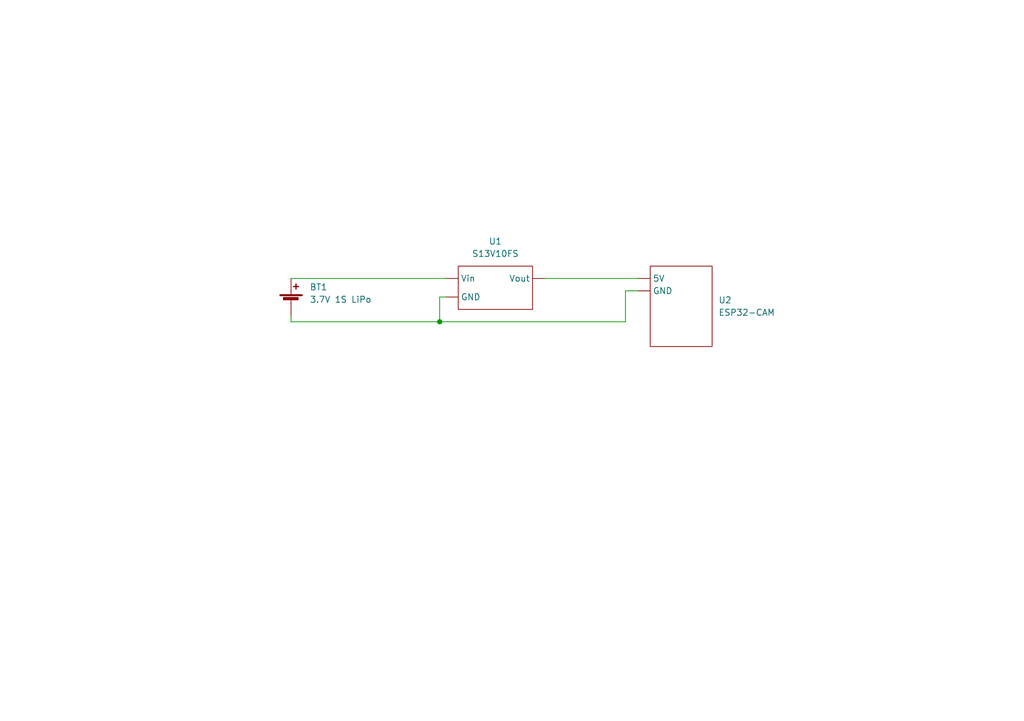
<source format=kicad_sch>
(kicad_sch (version 20211123) (generator eeschema)
  (paper "A5")
  (title_block (title "Payload Camera Circuit") (date "2022-12-16") (rev "1.0"))
  (lib_symbols
    (symbol "Device:Battery_Cell" (pin_numbers hide) (pin_names (offset 0) hide)
      (property "Reference" "BT" (at 2.54 2.54 0))
      (property "Value" "Battery_Cell" (at 2.54 0 0))
      (symbol "Battery_Cell_0_1"
        (rectangle (start -2.286 1.778) (end 2.286 1.524) (fill (type outline)))
        (rectangle (start -1.5748 1.1938) (end 1.4732 0.6858) (fill (type outline)))
        (polyline (pts (xy 0 0.762) (xy 0 0)))
        (polyline (pts (xy 0 1.778) (xy 0 2.54)))
        (polyline (pts (xy 0.508 3.429) (xy 1.524 3.429)) (stroke (width 0.254)))
        (polyline (pts (xy 1.016 3.937) (xy 1.016 2.921)) (stroke (width 0.254)))
      )
      (symbol "Battery_Cell_1_1"
        (pin passive line (at 0 5.08 270) (length 2.54) (name "+") (number "1"))
        (pin passive line (at 0 -2.54 90) (length 2.54) (name "-") (number "2"))
      )
    )
    (symbol "payload_symbol_library:ESP32-CAM"
      (property "Reference" "U" (at 0 2.54 0))
      (property "Value" "ESP32-CAM" (at 0 0 0))
      (symbol "ESP32-CAM_0_1"
        (rectangle (start -6.35 -2.54) (end 6.35 -19.05))
      )
      (symbol "ESP32-CAM_1_1"
        (pin power_in line (at -8.89 -5.08 0) (length 2.54) (name "5V") (number ""))
        (pin power_in line (at -8.89 -7.62 0) (length 2.54) (name "GND") (number ""))
      )
    )
    (symbol "payload_symbol_library:S13V10FS"
      (property "Reference" "U" (at 0 1.27 0))
      (property "Value" "S13V10FS" (at 3.81 3.81 0))
      (symbol "S13V10FS_0_1"
        (rectangle (start -15.24 0) (end 0 -8.89))
      )
      (symbol "S13V10FS_1_1"
        (pin power_in line (at -17.78 -6.35 0) (length 2.54) (name "GND") (number ""))
        (pin power_in line (at -17.78 -2.54 0) (length 2.54) (name "Vin") (number ""))
        (pin power_out line (at 2.54 -2.54 180) (length 2.54) (name "Vout") (number ""))
      )
    )
  )
  (junction (at 90.17 66.04))
  (wire (pts (xy 111.76 57.15) (xy 130.81 57.15)))
  (wire (pts (xy 128.27 59.69) (xy 130.81 59.69)))
  (wire (pts (xy 59.69 64.77) (xy 59.69 66.04)))
  (wire (pts (xy 90.17 60.96) (xy 90.17 66.04)))
  (wire (pts (xy 128.27 66.04) (xy 128.27 59.69)))
  (wire (pts (xy 90.17 60.96) (xy 91.44 60.96)))
  (wire (pts (xy 59.69 57.15) (xy 91.44 57.15)))
  (wire (pts (xy 90.17 66.04) (xy 59.69 66.04)))
  (wire (pts (xy 90.17 66.04) (xy 128.27 66.04)))
  (symbol (lib_id "payload_symbol_library:S13V10FS") (at 109.22 54.61 0) (unit 1)
    (property "Reference" "U1" (at 101.6 49.53 0))
    (property "Value" "S13V10FS" (at 101.6 52.07 0))
  )
  (symbol (lib_id "Device:Battery_Cell") (at 59.69 62.23 0) (unit 1)
    (property "Reference" "BT1" (at 63.5 58.9279 0) (effects (justify left)))
    (property "Value" "3.7V 1S LiPo" (at 63.5 61.4679 0) (effects (justify left)))
  )
  (symbol (lib_id "payload_symbol_library:ESP32-CAM") (at 139.7 52.07 0) (unit 1)
    (property "Reference" "U2" (at 147.32 61.5949 0) (effects (justify left)))
    (property "Value" "ESP32-CAM" (at 147.32 64.1349 0) (effects (justify left)))
  )
)
</source>
